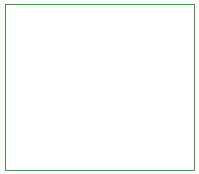
<source format=gko>
%TF.GenerationSoftware,KiCad,Pcbnew,5.99.0-unknown-9aa2d7e101~106~ubuntu20.04.1*%
%TF.CreationDate,2021-01-04T20:50:53-08:00*%
%TF.ProjectId,JST2DUPONT,4a535432-4455-4504-9f4e-542e6b696361,rev?*%
%TF.SameCoordinates,PX940ed50PY5a995c0*%
%TF.FileFunction,Profile,NP*%
%FSLAX46Y46*%
G04 Gerber Fmt 4.6, Leading zero omitted, Abs format (unit mm)*
G04 Created by KiCad (PCBNEW 5.99.0-unknown-9aa2d7e101~106~ubuntu20.04.1) date 2021-01-04 20:50:53*
%MOMM*%
%LPD*%
G01*
G04 APERTURE LIST*
%TA.AperFunction,Profile*%
%ADD10C,0.050000*%
%TD*%
G04 APERTURE END LIST*
D10*
X16000000Y0D02*
X16000000Y14000000D01*
X0Y0D02*
X16000000Y0D01*
X0Y14000000D02*
X0Y0D01*
X16000000Y14000000D02*
X0Y14000000D01*
M02*

</source>
